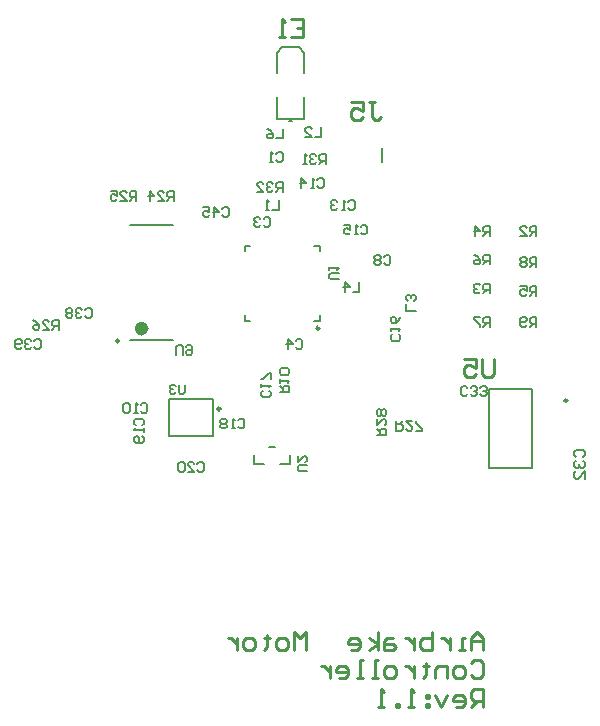
<source format=gbo>
G04*
G04 #@! TF.GenerationSoftware,Altium Limited,Altium Designer,21.5.1 (32)*
G04*
G04 Layer_Color=32896*
%FSLAX25Y25*%
%MOIN*%
G70*
G04*
G04 #@! TF.SameCoordinates,9DB8949B-C02E-4DCA-B792-844CB0D99077*
G04*
G04*
G04 #@! TF.FilePolarity,Positive*
G04*
G01*
G75*
%ADD10C,0.00984*%
%ADD11C,0.00787*%
%ADD12C,0.00600*%
%ADD16C,0.00500*%
%ADD17C,0.01000*%
%ADD114C,0.02362*%
D10*
X437996Y106752D02*
G03*
X437996Y106752I-492J0D01*
G01*
X288575Y126574D02*
G03*
X288575Y126574I-492J0D01*
G01*
X322374Y103993D02*
G03*
X322374Y103993I-492J0D01*
G01*
X355303Y130815D02*
G03*
X355303Y130815I-492J0D01*
G01*
D11*
X426284Y84311D02*
Y110689D01*
X411717Y84311D02*
X426284D01*
X411717D02*
Y110689D01*
X426284D01*
X341228Y200472D02*
Y207953D01*
X350284Y200472D02*
Y207953D01*
X341228Y200472D02*
X350284D01*
X342803Y224488D02*
X348709D01*
X341228Y215827D02*
Y222520D01*
X348709Y224488D02*
X350284Y222520D01*
X341228D02*
X342803Y224488D01*
X350284Y215827D02*
Y222520D01*
X345165Y200004D02*
X346346D01*
X292119Y126771D02*
X306685D01*
X292119Y165353D02*
X306685D01*
X319717Y94840D02*
Y107241D01*
X305346Y94840D02*
X319717D01*
X305346D02*
Y107241D01*
X319717D01*
X338517Y91223D02*
X340682D01*
X345584Y85712D02*
Y88566D01*
X333615Y85712D02*
X336942D01*
X342257D02*
X345584D01*
X333615D02*
Y88566D01*
X353630Y133374D02*
X355402D01*
Y135145D01*
Y156405D02*
Y158177D01*
X353630D02*
X355402D01*
X330598D02*
X332370D01*
X330598Y156405D02*
Y158177D01*
Y133374D02*
X332370D01*
X330598D02*
Y135145D01*
X376051Y186236D02*
Y190764D01*
D12*
X440800Y87899D02*
X440201Y88499D01*
Y89699D01*
X440800Y90298D01*
X443200D01*
X443799Y89699D01*
Y88499D01*
X443200Y87899D01*
X440800Y86700D02*
X440201Y86100D01*
Y84900D01*
X440800Y84300D01*
X441400D01*
X442000Y84900D01*
Y85500D01*
Y84900D01*
X442600Y84300D01*
X443200D01*
X443799Y84900D01*
Y86100D01*
X443200Y86700D01*
X443799Y80702D02*
Y83101D01*
X441400Y80702D01*
X440800D01*
X440201Y81301D01*
Y82501D01*
X440800Y83101D01*
X343109Y176359D02*
Y179558D01*
X341510D01*
X340976Y179025D01*
Y177959D01*
X341510Y177425D01*
X343109D01*
X342043D02*
X340976Y176359D01*
X339910Y179025D02*
X339377Y179558D01*
X338311D01*
X337777Y179025D01*
Y178492D01*
X338311Y177959D01*
X338844D01*
X338311D01*
X337777Y177425D01*
Y176892D01*
X338311Y176359D01*
X339377D01*
X339910Y176892D01*
X334578Y176359D02*
X336711D01*
X334578Y178492D01*
Y179025D01*
X335112Y179558D01*
X336178D01*
X336711Y179025D01*
X357500Y185613D02*
Y188812D01*
X355900D01*
X355367Y188279D01*
Y187213D01*
X355900Y186679D01*
X357500D01*
X356434D02*
X355367Y185613D01*
X354301Y188279D02*
X353768Y188812D01*
X352701D01*
X352168Y188279D01*
Y187746D01*
X352701Y187213D01*
X353235D01*
X352701D01*
X352168Y186679D01*
Y186146D01*
X352701Y185613D01*
X353768D01*
X354301Y186146D01*
X351102Y185613D02*
X350036D01*
X350569D01*
Y188812D01*
X351102Y188279D01*
X295825Y105249D02*
X296358Y105782D01*
X297425D01*
X297958Y105249D01*
Y103116D01*
X297425Y102583D01*
X296358D01*
X295825Y103116D01*
X294759Y102583D02*
X293692D01*
X294226D01*
Y105782D01*
X294759Y105249D01*
X292093D02*
X291560Y105782D01*
X290493D01*
X289960Y105249D01*
Y103116D01*
X290493Y102583D01*
X291560D01*
X292093Y103116D01*
Y105249D01*
X322950Y170566D02*
X323483Y171099D01*
X324549D01*
X325082Y170566D01*
Y168434D01*
X324549Y167901D01*
X323483D01*
X322950Y168434D01*
X320284Y167901D02*
Y171099D01*
X321884Y169500D01*
X319751D01*
X316552Y171099D02*
X318685D01*
Y169500D01*
X317618Y170033D01*
X317085D01*
X316552Y169500D01*
Y168434D01*
X317085Y167901D01*
X318151D01*
X318685Y168434D01*
X294058Y98520D02*
X293525Y99053D01*
Y100119D01*
X294058Y100653D01*
X296191D01*
X296724Y100119D01*
Y99053D01*
X296191Y98520D01*
X296724Y97453D02*
Y96387D01*
Y96920D01*
X293525D01*
X294058Y97453D01*
X296191Y94788D02*
X296724Y94254D01*
Y93188D01*
X296191Y92655D01*
X294058D01*
X293525Y93188D01*
Y94254D01*
X294058Y94788D01*
X294591D01*
X295124Y94254D01*
Y92655D01*
X374396Y95219D02*
X377595D01*
Y96818D01*
X377062Y97352D01*
X375995D01*
X375462Y96818D01*
Y95219D01*
Y96285D02*
X374396Y97352D01*
Y100550D02*
Y98418D01*
X376529Y100550D01*
X377062D01*
X377595Y100017D01*
Y98951D01*
X377062Y98418D01*
Y101617D02*
X377595Y102150D01*
Y103216D01*
X377062Y103750D01*
X376529D01*
X375995Y103216D01*
X375462Y103750D01*
X374929D01*
X374396Y103216D01*
Y102150D01*
X374929Y101617D01*
X375462D01*
X375995Y102150D01*
X376529Y101617D01*
X377062D01*
X375995Y102150D02*
Y103216D01*
X381004Y99927D02*
Y96728D01*
X382604D01*
X383137Y97261D01*
Y98327D01*
X382604Y98860D01*
X381004D01*
X382071D02*
X383137Y99927D01*
X386336D02*
X384203D01*
X386336Y97794D01*
Y97261D01*
X385803Y96728D01*
X384736D01*
X384203Y97261D01*
X387402Y96728D02*
X389535D01*
Y97261D01*
X387402Y99394D01*
Y99927D01*
X307651Y121900D02*
Y124566D01*
X308184Y125100D01*
X309251D01*
X309784Y124566D01*
Y121900D01*
X310850Y124566D02*
X311383Y125100D01*
X312450D01*
X312983Y124566D01*
Y122434D01*
X312450Y121900D01*
X311383D01*
X310850Y122434D01*
Y122967D01*
X311383Y123500D01*
X312983D01*
X361857Y147073D02*
X359191D01*
X358658Y147606D01*
Y148673D01*
X359191Y149206D01*
X361857D01*
X358658Y150272D02*
Y151339D01*
Y150805D01*
X361857D01*
X361324Y150272D01*
X268444Y130388D02*
Y133587D01*
X266845D01*
X266312Y133053D01*
Y131987D01*
X266845Y131454D01*
X268444D01*
X267378D02*
X266312Y130388D01*
X263113D02*
X265246D01*
X263113Y132520D01*
Y133053D01*
X263646Y133587D01*
X264712D01*
X265246Y133053D01*
X259914Y133587D02*
X260980Y133053D01*
X262047Y131987D01*
Y130921D01*
X261513Y130388D01*
X260447D01*
X259914Y130921D01*
Y131454D01*
X260447Y131987D01*
X262047D01*
X294251Y173400D02*
Y176600D01*
X292652D01*
X292119Y176066D01*
Y175000D01*
X292652Y174467D01*
X294251D01*
X293185D02*
X292119Y173400D01*
X288920D02*
X291052D01*
X288920Y175533D01*
Y176066D01*
X289453Y176600D01*
X290519D01*
X291052Y176066D01*
X285721Y176600D02*
X287853D01*
Y175000D01*
X286787Y175533D01*
X286254D01*
X285721Y175000D01*
Y173934D01*
X286254Y173400D01*
X287320D01*
X287853Y173934D01*
X306730Y173400D02*
Y176600D01*
X305131D01*
X304597Y176066D01*
Y175000D01*
X305131Y174467D01*
X306730D01*
X305664D02*
X304597Y173400D01*
X301398D02*
X303531D01*
X301398Y175533D01*
Y176066D01*
X301932Y176600D01*
X302998D01*
X303531Y176066D01*
X298733Y173400D02*
Y176600D01*
X300332Y175000D01*
X298200D01*
X342124Y109503D02*
X345322D01*
Y111103D01*
X344789Y111636D01*
X343723D01*
X343190Y111103D01*
Y109503D01*
Y110570D02*
X342124Y111636D01*
Y112702D02*
Y113768D01*
Y113235D01*
X345322D01*
X344789Y112702D01*
Y115368D02*
X345322Y115901D01*
Y116967D01*
X344789Y117501D01*
X342657D01*
X342124Y116967D01*
Y115901D01*
X342657Y115368D01*
X344789D01*
X427666Y131293D02*
Y134492D01*
X426066D01*
X425533Y133958D01*
Y132892D01*
X426066Y132359D01*
X427666D01*
X426600D02*
X425533Y131293D01*
X424467Y131826D02*
X423934Y131293D01*
X422867D01*
X422334Y131826D01*
Y133958D01*
X422867Y134492D01*
X423934D01*
X424467Y133958D01*
Y133425D01*
X423934Y132892D01*
X422334D01*
X427666Y151330D02*
Y154528D01*
X426066D01*
X425533Y153995D01*
Y152929D01*
X426066Y152396D01*
X427666D01*
X426600D02*
X425533Y151330D01*
X424467Y153995D02*
X423934Y154528D01*
X422867D01*
X422334Y153995D01*
Y153462D01*
X422867Y152929D01*
X422334Y152396D01*
Y151863D01*
X422867Y151330D01*
X423934D01*
X424467Y151863D01*
Y152396D01*
X423934Y152929D01*
X424467Y153462D01*
Y153995D01*
X423934Y152929D02*
X422867D01*
X412134Y131371D02*
Y134570D01*
X410535D01*
X410002Y134037D01*
Y132970D01*
X410535Y132437D01*
X412134D01*
X411068D02*
X410002Y131371D01*
X408935Y134570D02*
X406803D01*
Y134037D01*
X408935Y131904D01*
Y131371D01*
X412134Y152117D02*
Y155316D01*
X410535D01*
X410002Y154783D01*
Y153716D01*
X410535Y153183D01*
X412134D01*
X411068D02*
X410002Y152117D01*
X406803Y155316D02*
X407869Y154783D01*
X408935Y153716D01*
Y152650D01*
X408402Y152117D01*
X407336D01*
X406803Y152650D01*
Y153183D01*
X407336Y153716D01*
X408935D01*
X427666Y141676D02*
Y144875D01*
X426066D01*
X425533Y144342D01*
Y143276D01*
X426066Y142743D01*
X427666D01*
X426599D02*
X425533Y141676D01*
X422334Y144875D02*
X424467D01*
Y143276D01*
X423400Y143809D01*
X422867D01*
X422334Y143276D01*
Y142209D01*
X422867Y141676D01*
X423934D01*
X424467Y142209D01*
X412134Y161723D02*
Y164922D01*
X410535D01*
X410002Y164389D01*
Y163323D01*
X410535Y162789D01*
X412134D01*
X411068D02*
X410002Y161723D01*
X407336D02*
Y164922D01*
X408935Y163323D01*
X406803D01*
X412134Y142464D02*
Y145663D01*
X410535D01*
X410002Y145130D01*
Y144063D01*
X410535Y143530D01*
X412134D01*
X411068D02*
X410002Y142464D01*
X408935Y145130D02*
X408402Y145663D01*
X407336D01*
X406803Y145130D01*
Y144596D01*
X407336Y144063D01*
X407869D01*
X407336D01*
X406803Y143530D01*
Y142997D01*
X407336Y142464D01*
X408402D01*
X408935Y142997D01*
X427666Y161723D02*
Y164922D01*
X426066D01*
X425533Y164389D01*
Y163323D01*
X426066Y162789D01*
X427666D01*
X426599D02*
X425533Y161723D01*
X422334D02*
X424467D01*
X422334Y163856D01*
Y164389D01*
X422867Y164922D01*
X423934D01*
X424467Y164389D01*
X343166Y197273D02*
Y194074D01*
X341033D01*
X337834Y197273D02*
X338900Y196739D01*
X339967Y195673D01*
Y194607D01*
X339434Y194074D01*
X338367D01*
X337834Y194607D01*
Y195140D01*
X338367Y195673D01*
X339967D01*
X368698Y146194D02*
Y142995D01*
X366565D01*
X363899D02*
Y146194D01*
X365499Y144594D01*
X363366D01*
X387480Y136720D02*
X384282D01*
Y138853D01*
X386947Y139919D02*
X387480Y140452D01*
Y141518D01*
X386947Y142051D01*
X386414D01*
X385881Y141518D01*
Y140985D01*
Y141518D01*
X385348Y142051D01*
X384815D01*
X384282Y141518D01*
Y140452D01*
X384815Y139919D01*
X356040Y197767D02*
Y194568D01*
X353907D01*
X350708D02*
X352841D01*
X350708Y196700D01*
Y197234D01*
X351241Y197767D01*
X352308D01*
X352841Y197234D01*
X341764Y173568D02*
Y170369D01*
X339631D01*
X338565D02*
X337498D01*
X338032D01*
Y173568D01*
X338565Y173035D01*
X260345Y126582D02*
X260878Y127115D01*
X261945D01*
X262478Y126582D01*
Y124449D01*
X261945Y123916D01*
X260878D01*
X260345Y124449D01*
X259279Y126582D02*
X258746Y127115D01*
X257679D01*
X257146Y126582D01*
Y126048D01*
X257679Y125515D01*
X258213D01*
X257679D01*
X257146Y124982D01*
Y124449D01*
X257679Y123916D01*
X258746D01*
X259279Y124449D01*
X256080D02*
X255547Y123916D01*
X254481D01*
X253947Y124449D01*
Y126582D01*
X254481Y127115D01*
X255547D01*
X256080Y126582D01*
Y126048D01*
X255547Y125515D01*
X253947D01*
X277302Y136931D02*
X277835Y137465D01*
X278901D01*
X279435Y136931D01*
Y134799D01*
X278901Y134266D01*
X277835D01*
X277302Y134799D01*
X276236Y136931D02*
X275702Y137465D01*
X274636D01*
X274103Y136931D01*
Y136398D01*
X274636Y135865D01*
X275169D01*
X274636D01*
X274103Y135332D01*
Y134799D01*
X274636Y134266D01*
X275702D01*
X276236Y134799D01*
X273037Y136931D02*
X272503Y137465D01*
X271437D01*
X270904Y136931D01*
Y136398D01*
X271437Y135865D01*
X270904Y135332D01*
Y134799D01*
X271437Y134266D01*
X272503D01*
X273037Y134799D01*
Y135332D01*
X272503Y135865D01*
X273037Y136398D01*
Y136931D01*
X272503Y135865D02*
X271437D01*
X404652Y108800D02*
X404119Y108267D01*
X403052D01*
X402519Y108800D01*
Y110933D01*
X403052Y111466D01*
X404119D01*
X404652Y110933D01*
X405718Y108800D02*
X406251Y108267D01*
X407318D01*
X407851Y108800D01*
Y109333D01*
X407318Y109866D01*
X406784D01*
X407318D01*
X407851Y110400D01*
Y110933D01*
X407318Y111466D01*
X406251D01*
X405718Y110933D01*
X408917Y108800D02*
X409450Y108267D01*
X410517D01*
X411050Y108800D01*
Y109333D01*
X410517Y109866D01*
X409983D01*
X410517D01*
X411050Y110400D01*
Y110933D01*
X410517Y111466D01*
X409450D01*
X408917Y110933D01*
X314656Y85682D02*
X315190Y86215D01*
X316256D01*
X316789Y85682D01*
Y83550D01*
X316256Y83017D01*
X315190D01*
X314656Y83550D01*
X311457Y83017D02*
X313590D01*
X311457Y85149D01*
Y85682D01*
X311991Y86215D01*
X313057D01*
X313590Y85682D01*
X310391D02*
X309858Y86215D01*
X308792D01*
X308259Y85682D01*
Y83550D01*
X308792Y83017D01*
X309858D01*
X310391Y83550D01*
Y85682D01*
X328245Y100114D02*
X328779Y100647D01*
X329845D01*
X330378Y100114D01*
Y97981D01*
X329845Y97448D01*
X328779D01*
X328245Y97981D01*
X327179Y97448D02*
X326113D01*
X326646D01*
Y100647D01*
X327179Y100114D01*
X324513D02*
X323980Y100647D01*
X322914D01*
X322381Y100114D01*
Y99580D01*
X322914Y99047D01*
X322381Y98514D01*
Y97981D01*
X322914Y97448D01*
X323980D01*
X324513Y97981D01*
Y98514D01*
X323980Y99047D01*
X324513Y99580D01*
Y100114D01*
X323980Y99047D02*
X322914D01*
X338692Y110061D02*
X339226Y109528D01*
Y108462D01*
X338692Y107928D01*
X336560D01*
X336027Y108462D01*
Y109528D01*
X336560Y110061D01*
X336027Y111127D02*
Y112194D01*
Y111661D01*
X339226D01*
X338692Y111127D01*
X339226Y113793D02*
Y115926D01*
X338692D01*
X336560Y113793D01*
X336027D01*
X381815Y128856D02*
X382348Y128323D01*
Y127257D01*
X381815Y126724D01*
X379682D01*
X379149Y127257D01*
Y128323D01*
X379682Y128856D01*
X379149Y129923D02*
Y130989D01*
Y130456D01*
X382348D01*
X381815Y129923D01*
X382348Y134721D02*
X381815Y133655D01*
X380749Y132588D01*
X379682D01*
X379149Y133122D01*
Y134188D01*
X379682Y134721D01*
X380216D01*
X380749Y134188D01*
Y132588D01*
X354649Y180206D02*
X355183Y180739D01*
X356249D01*
X356782Y180206D01*
Y178073D01*
X356249Y177540D01*
X355183D01*
X354649Y178073D01*
X353583Y177540D02*
X352517D01*
X353050D01*
Y180739D01*
X353583Y180206D01*
X349318Y177540D02*
Y180739D01*
X350917Y179140D01*
X348785D01*
X364984Y173035D02*
X365517Y173568D01*
X366583D01*
X367116Y173035D01*
Y170902D01*
X366583Y170369D01*
X365517D01*
X364984Y170902D01*
X363917Y170369D02*
X362851D01*
X363384D01*
Y173568D01*
X363917Y173035D01*
X361252D02*
X360718Y173568D01*
X359652D01*
X359119Y173035D01*
Y172502D01*
X359652Y171968D01*
X360185D01*
X359652D01*
X359119Y171435D01*
Y170902D01*
X359652Y170369D01*
X360718D01*
X361252Y170902D01*
X376911Y154626D02*
X377444Y155159D01*
X378511D01*
X379044Y154626D01*
Y152493D01*
X378511Y151960D01*
X377444D01*
X376911Y152493D01*
X375845Y154626D02*
X375312Y155159D01*
X374245D01*
X373712Y154626D01*
Y154093D01*
X374245Y153559D01*
X373712Y153026D01*
Y152493D01*
X374245Y151960D01*
X375312D01*
X375845Y152493D01*
Y153026D01*
X375312Y153559D01*
X375845Y154093D01*
Y154626D01*
X375312Y153559D02*
X374245D01*
X347470Y126544D02*
X348003Y127077D01*
X349070D01*
X349603Y126544D01*
Y124411D01*
X349070Y123878D01*
X348003D01*
X347470Y124411D01*
X344804Y123878D02*
Y127077D01*
X346404Y125478D01*
X344271D01*
X336725Y167392D02*
X337258Y167925D01*
X338324D01*
X338858Y167392D01*
Y165259D01*
X338324Y164726D01*
X337258D01*
X336725Y165259D01*
X335659Y167392D02*
X335125Y167925D01*
X334059D01*
X333526Y167392D01*
Y166859D01*
X334059Y166325D01*
X334592D01*
X334059D01*
X333526Y165792D01*
Y165259D01*
X334059Y164726D01*
X335125D01*
X335659Y165259D01*
X340965Y189066D02*
X341498Y189600D01*
X342564D01*
X343097Y189066D01*
Y186934D01*
X342564Y186400D01*
X341498D01*
X340965Y186934D01*
X339898Y186400D02*
X338832D01*
X339365D01*
Y189600D01*
X339898Y189066D01*
D16*
X310454Y112040D02*
Y109540D01*
X309954Y109041D01*
X308954D01*
X308455Y109540D01*
Y112040D01*
X307455Y111540D02*
X306955Y112040D01*
X305955D01*
X305455Y111540D01*
Y111040D01*
X305955Y110540D01*
X306455D01*
X305955D01*
X305455Y110040D01*
Y109540D01*
X305955Y109041D01*
X306955D01*
X307455Y109540D01*
X351073Y83212D02*
X348574D01*
X348074Y83712D01*
Y84712D01*
X348574Y85212D01*
X351073D01*
X348074Y88211D02*
Y86211D01*
X350073Y88211D01*
X350573D01*
X351073Y87711D01*
Y86711D01*
X350573Y86211D01*
X369061Y164726D02*
X369561Y165226D01*
X370560D01*
X371060Y164726D01*
Y162727D01*
X370560Y162227D01*
X369561D01*
X369061Y162727D01*
X368061Y162227D02*
X367061D01*
X367561D01*
Y165226D01*
X368061Y164726D01*
X363562Y165226D02*
X365562D01*
Y163727D01*
X364562Y164226D01*
X364062D01*
X363562Y163727D01*
Y162727D01*
X364062Y162227D01*
X365062D01*
X365562Y162727D01*
D17*
X410000Y23695D02*
Y27694D01*
X408001Y29693D01*
X406001Y27694D01*
Y23695D01*
Y26694D01*
X410000D01*
X404002Y23695D02*
X402003D01*
X403002D01*
Y27694D01*
X404002D01*
X399004D02*
Y23695D01*
Y25695D01*
X398004Y26694D01*
X397004Y27694D01*
X396005D01*
X393005Y29693D02*
Y23695D01*
X390006D01*
X389007Y24695D01*
Y25695D01*
Y26694D01*
X390006Y27694D01*
X393005D01*
X387007D02*
Y23695D01*
Y25695D01*
X386008Y26694D01*
X385008Y27694D01*
X384008D01*
X380010D02*
X378010D01*
X377011Y26694D01*
Y23695D01*
X380010D01*
X381009Y24695D01*
X380010Y25695D01*
X377011D01*
X375011Y23695D02*
Y29693D01*
Y25695D02*
X372012Y27694D01*
X375011Y25695D02*
X372012Y23695D01*
X366014D02*
X368014D01*
X369013Y24695D01*
Y26694D01*
X368014Y27694D01*
X366014D01*
X365015Y26694D01*
Y25695D01*
X369013D01*
X351019Y23695D02*
Y29693D01*
X349020Y27694D01*
X347020Y29693D01*
Y23695D01*
X344021D02*
X342022D01*
X341022Y24695D01*
Y26694D01*
X342022Y27694D01*
X344021D01*
X345021Y26694D01*
Y24695D01*
X344021Y23695D01*
X338023Y28694D02*
Y27694D01*
X339023D01*
X337024D01*
X338023D01*
Y24695D01*
X337024Y23695D01*
X333025D02*
X331026D01*
X330026Y24695D01*
Y26694D01*
X331026Y27694D01*
X333025D01*
X334025Y26694D01*
Y24695D01*
X333025Y23695D01*
X328027Y27694D02*
Y23695D01*
Y25695D01*
X327027Y26694D01*
X326027Y27694D01*
X325027D01*
X406001Y19096D02*
X407001Y20096D01*
X409000D01*
X410000Y19096D01*
Y15097D01*
X409000Y14098D01*
X407001D01*
X406001Y15097D01*
X403002Y14098D02*
X401003D01*
X400003Y15097D01*
Y17097D01*
X401003Y18096D01*
X403002D01*
X404002Y17097D01*
Y15097D01*
X403002Y14098D01*
X398004D02*
Y18096D01*
X395005D01*
X394005Y17097D01*
Y14098D01*
X391006Y19096D02*
Y18096D01*
X392006D01*
X390006D01*
X391006D01*
Y15097D01*
X390006Y14098D01*
X387007Y18096D02*
Y14098D01*
Y16097D01*
X386008Y17097D01*
X385008Y18096D01*
X384008D01*
X380010Y14098D02*
X378010D01*
X377011Y15097D01*
Y17097D01*
X378010Y18096D01*
X380010D01*
X381009Y17097D01*
Y15097D01*
X380010Y14098D01*
X375011D02*
X373012D01*
X374012D01*
Y20096D01*
X375011D01*
X370013Y14098D02*
X368014D01*
X369013D01*
Y20096D01*
X370013D01*
X362016Y14098D02*
X364015D01*
X365015Y15097D01*
Y17097D01*
X364015Y18096D01*
X362016D01*
X361016Y17097D01*
Y16097D01*
X365015D01*
X359016Y18096D02*
Y14098D01*
Y16097D01*
X358017Y17097D01*
X357017Y18096D01*
X356017D01*
X410000Y4500D02*
Y10498D01*
X407001D01*
X406001Y9498D01*
Y7499D01*
X407001Y6499D01*
X410000D01*
X408001D02*
X406001Y4500D01*
X401003D02*
X403002D01*
X404002Y5500D01*
Y7499D01*
X403002Y8499D01*
X401003D01*
X400003Y7499D01*
Y6499D01*
X404002D01*
X398004Y8499D02*
X396005Y4500D01*
X394005Y8499D01*
X392006D02*
X391006D01*
Y7499D01*
X392006D01*
Y8499D01*
Y5500D02*
X391006D01*
Y4500D01*
X392006D01*
Y5500D01*
X387007Y4500D02*
X385008D01*
X386008D01*
Y10498D01*
X387007Y9498D01*
X382009Y4500D02*
Y5500D01*
X381009D01*
Y4500D01*
X382009D01*
X377011D02*
X375011D01*
X376011D01*
Y10498D01*
X377011Y9498D01*
X413700Y120498D02*
Y115500D01*
X412700Y114500D01*
X410701D01*
X409701Y115500D01*
Y120498D01*
X403703D02*
X407702D01*
Y117499D01*
X405703Y118499D01*
X404703D01*
X403703Y117499D01*
Y115500D01*
X404703Y114500D01*
X406702D01*
X407702Y115500D01*
X345801Y233898D02*
X349800D01*
Y227900D01*
X345801D01*
X349800Y230899D02*
X347801D01*
X343802Y227900D02*
X341803D01*
X342802D01*
Y233898D01*
X343802Y232898D01*
X371801Y206198D02*
X373801D01*
X372801D01*
Y201200D01*
X373801Y200200D01*
X374800D01*
X375800Y201200D01*
X365803Y206198D02*
X369802D01*
Y203199D01*
X367803Y204199D01*
X366803D01*
X365803Y203199D01*
Y201200D01*
X366803Y200200D01*
X368802D01*
X369802Y201200D01*
D114*
X297237Y130708D02*
G03*
X297237Y130708I-1181J0D01*
G01*
M02*

</source>
